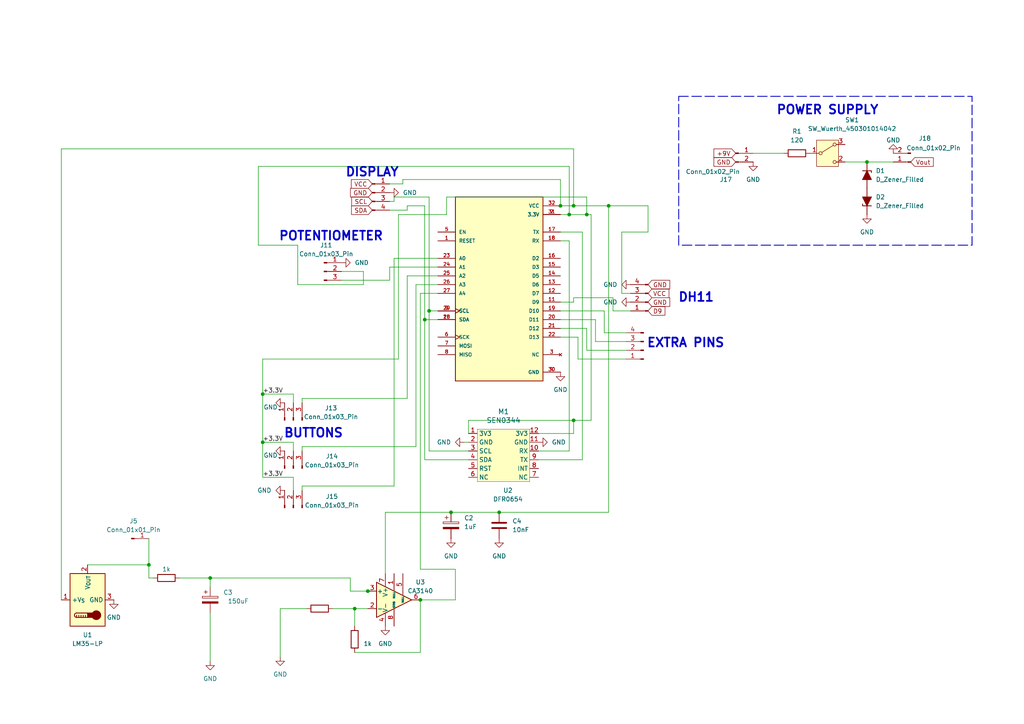
<source format=kicad_sch>
(kicad_sch (version 20250114) (generator "eeschema") (generator_version "9.0")
  (paper "A4")
  (lib_symbols
    (symbol "Amplifier_Operational:CA3140" (pin_names (offset 0.127))
      (property "Reference" "U" (at 6.35 5.08 0))
      (property "Value" "CA3140" (at 6.35 2.54 0))
      (symbol "CA3140_0_1"
        (polyline (pts (xy -5.08 5.08) (xy 5.08 0) (xy -5.08 -5.08) (xy -5.08 5.08)) (stroke (width 0.254)) (fill (type background)))
      )
      (symbol "CA3140_1_1"
        (pin input line (at -7.62 2.54 0) (length 2.54) (name "+") (number "3"))
        (pin input line (at -7.62 -2.54 0) (length 2.54) (name "-") (number "2"))
        (pin power_in line (at -2.54 7.62 270) (length 3.81) (name "V+") (number "7"))
        (pin power_in line (at -2.54 -7.62 90) (length 3.81) (name "V-") (number "4"))
        (pin passive line (at 0 7.62 270) (length 5.08) (name "NULL") (number "1"))
        (pin passive line (at 0 -7.62 90) (length 5.08) (name "STRB") (number "8"))
        (pin passive line (at 2.54 7.62 270) (length 6.35) (name "NULL") (number "5"))
        (pin output line (at 7.62 0 180) (length 2.54) (name "~") (number "6"))
      )
    )
    (symbol "Connector:Conn_01x01_Pin" (pin_names (offset 1.016) (hide yes))
      (property "Reference" "J" (at 0 2.54 0))
      (property "Value" "Conn_01x01_Pin" (at 0 -2.54 0))
      (symbol "Conn_01x01_Pin_1_1"
        (rectangle (start 0.8636 0.127) (end 0 -0.127) (stroke (width 0.1524)) (fill (type outline)))
        (polyline (pts (xy 1.27 0) (xy 0.8636 0)) (stroke (width 0.1524)))
        (pin passive line (at 5.08 0 180) (length 3.81) (name "Pin_1") (number "1"))
      )
    )
    (symbol "Connector:Conn_01x02_Pin" (pin_names (offset 1.016) (hide yes))
      (property "Reference" "J" (at 0 2.54 0))
      (property "Value" "Conn_01x02_Pin" (at 0 -5.08 0))
      (symbol "Conn_01x02_Pin_1_1"
        (rectangle (start 0.8636 0.127) (end 0 -0.127) (stroke (width 0.1524)) (fill (type outline)))
        (rectangle (start 0.8636 -2.413) (end 0 -2.667) (stroke (width 0.1524)) (fill (type outline)))
        (polyline (pts (xy 1.27 0) (xy 0.8636 0)) (stroke (width 0.1524)))
        (polyline (pts (xy 1.27 -2.54) (xy 0.8636 -2.54)) (stroke (width 0.1524)))
        (pin passive line (at 5.08 0 180) (length 3.81) (name "Pin_1") (number "1"))
        (pin passive line (at 5.08 -2.54 180) (length 3.81) (name "Pin_2") (number "2"))
      )
    )
    (symbol "Connector:Conn_01x03_Pin" (pin_names (offset 1.016) (hide yes))
      (property "Reference" "J" (at 0 5.08 0))
      (property "Value" "Conn_01x03_Pin" (at 0 -5.08 0))
      (symbol "Conn_01x03_Pin_1_1"
        (rectangle (start 0.8636 2.667) (end 0 2.413) (stroke (width 0.1524)) (fill (type outline)))
        (rectangle (start 0.8636 0.127) (end 0 -0.127) (stroke (width 0.1524)) (fill (type outline)))
        (rectangle (start 0.8636 -2.413) (end 0 -2.667) (stroke (width 0.1524)) (fill (type outline)))
        (polyline (pts (xy 1.27 2.54) (xy 0.8636 2.54)) (stroke (width 0.1524)))
        (polyline (pts (xy 1.27 0) (xy 0.8636 0)) (stroke (width 0.1524)))
        (polyline (pts (xy 1.27 -2.54) (xy 0.8636 -2.54)) (stroke (width 0.1524)))
        (pin passive line (at 5.08 2.54 180) (length 3.81) (name "Pin_1") (number "1"))
        (pin passive line (at 5.08 0 180) (length 3.81) (name "Pin_2") (number "2"))
        (pin passive line (at 5.08 -2.54 180) (length 3.81) (name "Pin_3") (number "3"))
      )
    )
    (symbol "Connector:Conn_01x04_Pin" (pin_names (offset 1.016) (hide yes))
      (property "Reference" "J" (at 0 5.08 0))
      (property "Value" "Conn_01x04_Pin" (at 0 -7.62 0))
      (symbol "Conn_01x04_Pin_1_1"
        (rectangle (start 0.8636 2.667) (end 0 2.413) (stroke (width 0.1524)) (fill (type outline)))
        (rectangle (start 0.8636 0.127) (end 0 -0.127) (stroke (width 0.1524)) (fill (type outline)))
        (rectangle (start 0.8636 -2.413) (end 0 -2.667) (stroke (width 0.1524)) (fill (type outline)))
        (rectangle (start 0.8636 -4.953) (end 0 -5.207) (stroke (width 0.1524)) (fill (type outline)))
        (polyline (pts (xy 1.27 2.54) (xy 0.8636 2.54)) (stroke (width 0.1524)))
        (polyline (pts (xy 1.27 0) (xy 0.8636 0)) (stroke (width 0.1524)))
        (polyline (pts (xy 1.27 -2.54) (xy 0.8636 -2.54)) (stroke (width 0.1524)))
        (polyline (pts (xy 1.27 -5.08) (xy 0.8636 -5.08)) (stroke (width 0.1524)))
        (pin passive line (at 5.08 2.54 180) (length 3.81) (name "Pin_1") (number "1"))
        (pin passive line (at 5.08 0 180) (length 3.81) (name "Pin_2") (number "2"))
        (pin passive line (at 5.08 -2.54 180) (length 3.81) (name "Pin_3") (number "3"))
        (pin passive line (at 5.08 -5.08 180) (length 3.81) (name "Pin_4") (number "4"))
      )
    )
    (symbol "DFR0654:DFR0654" (pin_names (offset 1.016))
      (property "Reference" "U" (at -12.7 26.162 0))
      (property "Value" "DFR0654" (at -12.7 -30.48 0))
      (symbol "DFR0654_0_0"
        (rectangle (start -12.7 -27.94) (end 12.7 25.4) (stroke (width 0.254)) (fill (type background)))
        (pin input line (at -17.78 15.24 0) (length 5.08) (name "EN") (number "5"))
        (pin input line (at -17.78 12.7 0) (length 5.08) (name "RESET") (number "1"))
        (pin input line (at -17.78 7.62 0) (length 5.08) (name "A0") (number "23"))
        (pin input line (at -17.78 5.08 0) (length 5.08) (name "A1") (number "24"))
        (pin input line (at -17.78 2.54 0) (length 5.08) (name "A2") (number "25"))
        (pin input line (at -17.78 0 0) (length 5.08) (name "A3") (number "26"))
        (pin input line (at -17.78 -2.54 0) (length 5.08) (name "A4") (number "27"))
        (pin input clock (at -17.78 -7.62 0) (length 5.08) (name "SCL") (number "29"))
        (pin input clock (at -17.78 -7.62 0) (length 5.08) (name "SCL") (number "9"))
        (pin bidirectional line (at -17.78 -10.16 0) (length 5.08) (name "SDA") (number "10"))
        (pin bidirectional line (at -17.78 -10.16 0) (length 5.08) (name "SDA") (number "28"))
        (pin input clock (at -17.78 -15.24 0) (length 5.08) (name "SCK") (number "6"))
        (pin input line (at -17.78 -17.78 0) (length 5.08) (name "MOSI") (number "7"))
        (pin output line (at -17.78 -20.32 0) (length 5.08) (name "MISO") (number "8"))
        (pin power_in line (at 17.78 22.86 180) (length 5.08) (name "VCC") (number "32"))
        (pin power_in line (at 17.78 20.32 180) (length 5.08) (name "3.3V") (number "2"))
        (pin power_in line (at 17.78 20.32 180) (length 5.08) (name "3.3V") (number "31"))
        (pin output line (at 17.78 15.24 180) (length 5.08) (name "TX") (number "17"))
        (pin input line (at 17.78 12.7 180) (length 5.08) (name "RX") (number "18"))
        (pin bidirectional line (at 17.78 7.62 180) (length 5.08) (name "D2") (number "16"))
        (pin bidirectional line (at 17.78 5.08 180) (length 5.08) (name "D3") (number "15"))
        (pin bidirectional line (at 17.78 2.54 180) (length 5.08) (name "D5") (number "14"))
        (pin bidirectional line (at 17.78 0 180) (length 5.08) (name "D6") (number "13"))
        (pin bidirectional line (at 17.78 -2.54 180) (length 5.08) (name "D7") (number "12"))
        (pin bidirectional line (at 17.78 -5.08 180) (length 5.08) (name "D9") (number "11"))
        (pin bidirectional line (at 17.78 -7.62 180) (length 5.08) (name "D10") (number "19"))
        (pin bidirectional line (at 17.78 -10.16 180) (length 5.08) (name "D11") (number "20"))
        (pin bidirectional line (at 17.78 -12.7 180) (length 5.08) (name "D12") (number "21"))
        (pin bidirectional line (at 17.78 -15.24 180) (length 5.08) (name "D13") (number "22"))
        (pin no_connect line (at 17.78 -20.32 180) (length 5.08) (name "NC") (number "3"))
        (pin power_in line (at 17.78 -25.4 180) (length 5.08) (name "GND") (number "30"))
        (pin power_in line (at 17.78 -25.4 180) (length 5.08) (name "GND") (number "4"))
      )
    )
    (symbol "Device:C" (pin_numbers (hide yes)) (pin_names (offset 0.254))
      (property "Reference" "C" (at 0.635 2.54 0))
      (property "Value" "C" (at 0.635 -2.54 0))
      (symbol "C_0_1"
        (polyline (pts (xy -2.032 0.762) (xy 2.032 0.762)) (stroke (width 0.508)))
        (polyline (pts (xy -2.032 -0.762) (xy 2.032 -0.762)) (stroke (width 0.508)))
      )
      (symbol "C_1_1"
        (pin passive line (at 0 3.81 270) (length 2.794) (name "~") (number "1"))
        (pin passive line (at 0 -3.81 90) (length 2.794) (name "~") (number "2"))
      )
    )
    (symbol "Device:C_Polarized" (pin_numbers (hide yes)) (pin_names (offset 0.254))
      (property "Reference" "C" (at 0.635 2.54 0))
      (property "Value" "C_Polarized" (at 0.635 -2.54 0))
      (symbol "C_Polarized_0_1"
        (rectangle (start -2.286 0.508) (end 2.286 1.016))
        (polyline (pts (xy -1.778 2.286) (xy -0.762 2.286)))
        (polyline (pts (xy -1.27 2.794) (xy -1.27 1.778)))
        (rectangle (start 2.286 -0.508) (end -2.286 -1.016) (fill (type outline)))
      )
      (symbol "C_Polarized_1_1"
        (pin passive line (at 0 3.81 270) (length 2.794) (name "~") (number "1"))
        (pin passive line (at 0 -3.81 90) (length 2.794) (name "~") (number "2"))
      )
    )
    (symbol "Device:D_Zener_Filled" (pin_numbers (hide yes)) (pin_names (offset 1.016) (hide yes))
      (property "Reference" "D" (at 0 2.54 0))
      (property "Value" "D_Zener_Filled" (at 0 -2.54 0))
      (symbol "D_Zener_Filled_0_1"
        (polyline (pts (xy -1.27 -1.27) (xy -1.27 1.27) (xy -0.762 1.27)) (stroke (width 0.254)))
        (polyline (pts (xy 1.27 0) (xy -1.27 0)))
        (polyline (pts (xy 1.27 -1.27) (xy 1.27 1.27) (xy -1.27 0) (xy 1.27 -1.27)) (stroke (width 0.254)) (fill (type outline)))
      )
      (symbol "D_Zener_Filled_1_1"
        (pin passive line (at -3.81 0 0) (length 2.54) (name "K") (number "1"))
        (pin passive line (at 3.81 0 180) (length 2.54) (name "A") (number "2"))
      )
    )
    (symbol "Device:R" (pin_numbers (hide yes)) (pin_names (offset 0))
      (property "Reference" "R" (at 2.032 0 90))
      (property "Value" "R" (at 0 0 90))
      (symbol "R_0_1"
        (rectangle (start -1.016 -2.54) (end 1.016 2.54) (stroke (width 0.254)))
      )
      (symbol "R_1_1"
        (pin passive line (at 0 3.81 270) (length 1.27) (name "~") (number "1"))
        (pin passive line (at 0 -3.81 90) (length 1.27) (name "~") (number "2"))
      )
    )
    (symbol "SEN0344:SEN0344"
      (property "Reference" "M" (at -1.27 1.27 0))
      (property "Value" "SEN0344-V2.0" (at -1.27 -3.81 0))
      (symbol "SEN0344_1_0"
        (rectangle (start 7.62 7.62) (end -7.62 -7.62) (stroke (width 0.0254) (color 128 0 0 1)) (fill (type background)))
        (pin passive line (at -10.16 6.35 0) (length 2.54) (name "3V3") (number "1"))
        (pin passive line (at -10.16 3.81 0) (length 2.54) (name "GND") (number "2"))
        (pin passive line (at -10.16 1.27 0) (length 2.54) (name "SCL") (number "3"))
        (pin passive line (at -10.16 -1.27 0) (length 2.54) (name "SDA") (number "4"))
        (pin passive line (at -10.16 -3.81 0) (length 2.54) (name "RST") (number "5"))
        (pin passive line (at -10.16 -6.35 0) (length 2.54) (name "NC") (number "6"))
        (pin passive line (at 10.16 6.35 180) (length 2.54) (name "3V3") (number "12"))
        (pin passive line (at 10.16 3.81 180) (length 2.54) (name "GND") (number "11"))
        (pin passive line (at 10.16 1.27 180) (length 2.54) (name "RX") (number "10"))
        (pin passive line (at 10.16 -1.27 180) (length 2.54) (name "TX") (number "9"))
        (pin passive line (at 10.16 -3.81 180) (length 2.54) (name "INT") (number "8"))
        (pin passive line (at 10.16 -6.35 180) (length 2.54) (name "NC") (number "7"))
      )
    )
    (symbol "Sensor_Temperature:LM35-LP"
      (property "Reference" "U" (at -6.35 6.35 0))
      (property "Value" "LM35-LP" (at 1.27 6.35 0))
      (symbol "LM35-LP_0_1"
        (rectangle (start -7.62 5.08) (end 7.62 -5.08) (stroke (width 0.254)) (fill (type background)))
        (polyline (pts (xy -5.08 3.175) (xy -5.08 0)) (stroke (width 0.254)))
        (polyline (pts (xy -5.08 3.175) (xy -4.445 3.175)) (stroke (width 0.254)))
        (polyline (pts (xy -5.08 2.54) (xy -4.445 2.54)) (stroke (width 0.254)))
        (polyline (pts (xy -5.08 1.905) (xy -4.445 1.905)) (stroke (width 0.254)))
        (polyline (pts (xy -5.08 1.27) (xy -4.445 1.27)) (stroke (width 0.254)))
        (polyline (pts (xy -5.08 0.635) (xy -4.445 0.635)) (stroke (width 0.254)))
        (arc (start -5.08 3.175) (mid -4.445 3.8073) (end -3.81 3.175) (stroke (width 0.254)))
        (circle (center -4.445 -2.54) (radius 1.27) (stroke (width 0.254)) (fill (type outline)))
        (polyline (pts (xy -3.81 3.175) (xy -3.81 0)) (stroke (width 0.254)))
        (rectangle (start -3.81 -1.905) (end -5.08 0) (stroke (width 0.254)) (fill (type outline)))
      )
      (symbol "LM35-LP_1_1"
        (pin power_in line (at 0 7.62 270) (length 2.54) (name "+V_{S}") (number "1"))
        (pin power_in line (at 0 -7.62 90) (length 2.54) (name "GND") (number "3"))
        (pin output line (at 10.16 0 180) (length 2.54) (name "V_{OUT}") (number "2"))
      )
    )
    (symbol "Switch:SW_Wuerth_450301014042" (pin_names (offset 1) (hide yes))
      (property "Reference" "SW" (at 0 5.08 0))
      (property "Value" "SW_Wuerth_450301014042" (at 0 -5.08 0))
      (symbol "SW_Wuerth_450301014042_0_1"
        (circle (center -2.032 0) (radius 0.4572))
        (polyline (pts (xy -1.651 0.254) (xy 1.651 2.286)))
        (circle (center 2.032 2.54) (radius 0.4572))
        (circle (center 2.032 -2.54) (radius 0.4572))
      )
      (symbol "SW_Wuerth_450301014042_1_1"
        (rectangle (start -3.175 3.81) (end 3.175 -3.81) (fill (type background)))
        (pin passive line (at -5.08 0 0) (length 2.54) (name "B") (number "1"))
        (pin passive line (at 5.08 2.54 180) (length 2.54) (name "A") (number "3"))
        (pin passive line (at 5.08 -2.54 180) (length 2.54) (name "C") (number "2"))
      )
    )
    (symbol "power:GND" (power) (pin_numbers (hide yes)) (pin_names (offset 0) (hide yes))
      (property "Value" "GND" (at 0 -3.81 0))
      (symbol "GND_0_1"
        (polyline (pts (xy 0 0) (xy 0 -1.27) (xy 1.27 -1.27) (xy 0 -2.54) (xy -1.27 -1.27) (xy 0 -1.27)))
      )
      (symbol "GND_1_1"
        (pin power_in line (at 0 0 270) (length 0) (name "~") (number "1"))
      )
    )
  )
  (rectangle (start 196.85 27.94) (end 281.94 71.12) (stroke (width 0.254) (type dash)))
  (text "POTENTIOMETER" (at 96.012 68.58 0) (effects (font (size 2.54 2.54) (thickness 0.508) (bold yes))))
  (text "POWER SUPPLY" (at 240.03 32.004 0) (effects (font (size 2.54 2.54) (thickness 0.508) (bold yes))))
  (text "DH11" (at 201.93 86.36 0) (effects (font (size 2.54 2.54) (thickness 0.508) (bold yes))))
  (text "BUTTONS" (at 90.932 125.73 0) (effects (font (size 2.54 2.54) (thickness 0.508) (bold yes))))
  (text "DISPLAY" (at 107.95 50.038 0) (effects (font (size 2.54 2.54) (thickness 0.508) (bold yes))))
  (text "EXTRA PINS" (at 198.882 99.568 0) (effects (font (size 2.54 2.54) (thickness 0.508) (bold yes))))
  (junction (at 121.92 173.99))
  (junction (at 166.37 121.92))
  (junction (at 144.78 148.59))
  (junction (at 176.53 59.69))
  (junction (at 166.37 59.69))
  (junction (at 124.46 90.17))
  (junction (at 102.87 176.53))
  (junction (at 76.2 114.3))
  (junction (at 170.18 62.23))
  (junction (at 130.81 148.59))
  (junction (at 162.56 59.69))
  (junction (at 60.96 167.64))
  (junction (at 76.2 128.27))
  (junction (at 165.1 62.23))
  (junction (at 123.19 92.71))
  (junction (at 43.18 163.83))
  (junction (at 106.68 171.45))
  (junction (at 251.46 46.99))
  (wire (pts (xy 118.11 59.69) (xy 118.11 60.96)))
  (wire (pts (xy 114.3 58.42) (xy 114.3 57.15)))
  (wire (pts (xy 81.28 176.53) (xy 81.28 190.5)))
  (wire (pts (xy 135.89 130.81) (xy 124.46 130.81)))
  (wire (pts (xy 251.46 46.99) (xy 259.08 46.99)))
  (wire (pts (xy 170.18 95.25) (xy 170.18 101.6)))
  (wire (pts (xy 177.8 90.17) (xy 182.88 90.17)))
  (wire (pts (xy 170.18 101.6) (xy 181.61 101.6)))
  (wire (pts (xy 135.89 128.27) (xy 134.62 128.27)))
  (wire (pts (xy 156.21 125.73) (xy 166.37 125.73)))
  (wire (pts (xy 187.96 59.69) (xy 187.96 67.31)))
  (wire (pts (xy 102.87 189.23) (xy 121.92 189.23)))
  (wire (pts (xy 85.09 138.43) (xy 76.2 138.43)))
  (wire (pts (xy 76.2 128.27) (xy 76.2 138.43)))
  (wire (pts (xy 167.64 97.79) (xy 167.64 104.14)))
  (wire (pts (xy 166.37 86.36) (xy 166.37 87.63)))
  (wire (pts (xy 144.78 148.59) (xy 176.53 148.59)))
  (wire (pts (xy 102.87 176.53) (xy 102.87 181.61)))
  (wire (pts (xy 85.09 114.3) (xy 76.2 114.3)))
  (wire (pts (xy 127 74.93) (xy 114.3 74.93)))
  (wire (pts (xy 113.03 77.47) (xy 127 77.47)))
  (wire (pts (xy 52.07 167.64) (xy 60.96 167.64)))
  (wire (pts (xy 114.3 74.93) (xy 114.3 140.97)))
  (wire (pts (xy 170.18 57.15) (xy 170.18 62.23)))
  (wire (pts (xy 162.56 52.07) (xy 162.56 59.69)))
  (wire (pts (xy 121.92 165.1) (xy 121.92 85.09)))
  (wire (pts (xy 76.2 114.3) (xy 76.2 128.27)))
  (wire (pts (xy 60.96 167.64) (xy 60.96 170.18)))
  (wire (pts (xy 120.65 82.55) (xy 127 82.55)))
  (wire (pts (xy 43.18 163.83) (xy 43.18 156.21)))
  (wire (pts (xy 166.37 59.69) (xy 176.53 59.69)))
  (wire (pts (xy 245.11 46.99) (xy 251.46 46.99)))
  (wire (pts (xy 113.03 81.28) (xy 99.06 81.28)))
  (wire (pts (xy 166.37 43.18) (xy 166.37 59.69)))
  (wire (pts (xy 113.03 58.42) (xy 114.3 58.42)))
  (wire (pts (xy 87.63 115.57) (xy 87.63 116.84)))
  (wire (pts (xy 76.2 104.14) (xy 115.57 104.14)))
  (wire (pts (xy 86.36 82.55) (xy 105.41 82.55)))
  (wire (pts (xy 102.87 176.53) (xy 106.68 176.53)))
  (wire (pts (xy 118.11 115.57) (xy 87.63 115.57)))
  (wire (pts (xy 101.6 167.64) (xy 101.6 171.45)))
  (wire (pts (xy 218.44 44.45) (xy 227.33 44.45)))
  (wire (pts (xy 116.84 52.07) (xy 116.84 53.34)))
  (wire (pts (xy 182.88 85.09) (xy 180.34 85.09)))
  (wire (pts (xy 85.09 116.84) (xy 85.09 114.3)))
  (wire (pts (xy 113.03 60.96) (xy 118.11 60.96)))
  (wire (pts (xy 176.53 59.69) (xy 187.96 59.69)))
  (wire (pts (xy 162.56 69.85) (xy 165.1 69.85)))
  (wire (pts (xy 166.37 87.63) (xy 162.56 87.63)))
  (wire (pts (xy 43.18 167.64) (xy 44.45 167.64)))
  (wire (pts (xy 96.52 176.53) (xy 102.87 176.53)))
  (wire (pts (xy 123.19 92.71) (xy 127 92.71)))
  (wire (pts (xy 113.03 77.47) (xy 113.03 81.28)))
  (wire (pts (xy 60.96 177.8) (xy 60.96 191.77)))
  (wire (pts (xy 162.56 59.69) (xy 166.37 59.69)))
  (wire (pts (xy 168.91 133.35) (xy 156.21 133.35)))
  (wire (pts (xy 116.84 53.34) (xy 113.03 53.34)))
  (wire (pts (xy 171.45 62.23) (xy 171.45 121.92)))
  (wire (pts (xy 129.54 57.15) (xy 170.18 57.15)))
  (wire (pts (xy 162.56 67.31) (xy 168.91 67.31)))
  (wire (pts (xy 115.57 62.23) (xy 129.54 62.23)))
  (wire (pts (xy 106.68 171.45) (xy 107.95 171.45)))
  (wire (pts (xy 166.37 86.36) (xy 177.8 86.36)))
  (wire (pts (xy 118.11 115.57) (xy 118.11 80.01)))
  (wire (pts (xy 180.34 85.09) (xy 180.34 67.31)))
  (wire (pts (xy 124.46 90.17) (xy 127 90.17)))
  (wire (pts (xy 176.53 148.59) (xy 176.53 59.69)))
  (wire (pts (xy 132.08 173.99) (xy 132.08 165.1)))
  (wire (pts (xy 87.63 140.97) (xy 87.63 142.24)))
  (wire (pts (xy 114.3 140.97) (xy 87.63 140.97)))
  (wire (pts (xy 120.65 129.54) (xy 120.65 82.55)))
  (wire (pts (xy 130.81 148.59) (xy 144.78 148.59)))
  (wire (pts (xy 124.46 57.15) (xy 124.46 90.17)))
  (wire (pts (xy 74.93 48.26) (xy 165.1 48.26)))
  (wire (pts (xy 86.36 82.55) (xy 86.36 71.12)))
  (wire (pts (xy 85.09 128.27) (xy 76.2 128.27)))
  (wire (pts (xy 121.92 173.99) (xy 132.08 173.99)))
  (wire (pts (xy 135.89 125.73) (xy 135.89 121.92)))
  (wire (pts (xy 111.76 166.37) (xy 111.76 148.59)))
  (wire (pts (xy 86.36 71.12) (xy 74.93 71.12)))
  (wire (pts (xy 165.1 48.26) (xy 165.1 62.23)))
  (wire (pts (xy 118.11 80.01) (xy 127 80.01)))
  (wire (pts (xy 165.1 130.81) (xy 156.21 130.81)))
  (wire (pts (xy 132.08 165.1) (xy 121.92 165.1)))
  (wire (pts (xy 111.76 148.59) (xy 130.81 148.59)))
  (wire (pts (xy 162.56 62.23) (xy 165.1 62.23)))
  (wire (pts (xy 168.91 67.31) (xy 168.91 133.35)))
  (wire (pts (xy 25.4 163.83) (xy 43.18 163.83)))
  (wire (pts (xy 162.56 95.25) (xy 170.18 95.25)))
  (wire (pts (xy 170.18 62.23) (xy 171.45 62.23)))
  (wire (pts (xy 105.41 82.55) (xy 105.41 78.74)))
  (wire (pts (xy 177.8 86.36) (xy 177.8 90.17)))
  (wire (pts (xy 166.37 125.73) (xy 166.37 121.92)))
  (wire (pts (xy 114.3 57.15) (xy 124.46 57.15)))
  (wire (pts (xy 162.56 97.79) (xy 167.64 97.79)))
  (wire (pts (xy 135.89 121.92) (xy 166.37 121.92)))
  (wire (pts (xy 76.2 104.14) (xy 76.2 114.3)))
  (wire (pts (xy 172.72 92.71) (xy 172.72 99.06)))
  (wire (pts (xy 116.84 52.07) (xy 162.56 52.07)))
  (wire (pts (xy 162.56 92.71) (xy 172.72 92.71)))
  (wire (pts (xy 167.64 104.14) (xy 181.61 104.14)))
  (wire (pts (xy 180.34 67.31) (xy 187.96 67.31)))
  (wire (pts (xy 87.63 129.54) (xy 87.63 130.81)))
  (wire (pts (xy 171.45 121.92) (xy 166.37 121.92)))
  (wire (pts (xy 118.11 59.69) (xy 123.19 59.69)))
  (wire (pts (xy 74.93 71.12) (xy 74.93 48.26)))
  (wire (pts (xy 101.6 171.45) (xy 106.68 171.45)))
  (wire (pts (xy 165.1 62.23) (xy 170.18 62.23)))
  (wire (pts (xy 172.72 99.06) (xy 181.61 99.06)))
  (wire (pts (xy 123.19 133.35) (xy 123.19 92.71)))
  (wire (pts (xy 43.18 163.83) (xy 43.18 167.64)))
  (wire (pts (xy 17.78 43.18) (xy 17.78 173.99)))
  (wire (pts (xy 99.06 78.74) (xy 105.41 78.74)))
  (wire (pts (xy 120.65 129.54) (xy 87.63 129.54)))
  (wire (pts (xy 175.26 96.52) (xy 181.61 96.52)))
  (wire (pts (xy 115.57 104.14) (xy 115.57 62.23)))
  (wire (pts (xy 165.1 69.85) (xy 165.1 130.81)))
  (wire (pts (xy 81.28 176.53) (xy 88.9 176.53)))
  (wire (pts (xy 85.09 138.43) (xy 85.09 142.24)))
  (wire (pts (xy 121.92 85.09) (xy 127 85.09)))
  (wire (pts (xy 135.89 133.35) (xy 123.19 133.35)))
  (wire (pts (xy 123.19 59.69) (xy 123.19 92.71)))
  (wire (pts (xy 85.09 130.81) (xy 85.09 128.27)))
  (wire (pts (xy 121.92 189.23) (xy 121.92 173.99)))
  (wire (pts (xy 60.96 167.64) (xy 101.6 167.64)))
  (wire (pts (xy 17.78 43.18) (xy 166.37 43.18)))
  (wire (pts (xy 175.26 90.17) (xy 175.26 96.52)))
  (wire (pts (xy 124.46 130.81) (xy 124.46 90.17)))
  (wire (pts (xy 162.56 90.17) (xy 175.26 90.17)))
  (wire (pts (xy 129.54 62.23) (xy 129.54 57.15)))
  (label "+3.3V" (at 76.2 138.43 0))
  (label "+3.3V" (at 76.2 114.3 0))
  (label "+3.3V" (at 76.2 128.27 0))
  (global_label "VCC" (shape input) (at 107.95 53.34 180) (property "Intersheetrefs" "${INTERSHEET_REFS}" (effects (hide yes))))
  (global_label "GND" (shape input) (at 187.96 82.55 0) (property "Intersheetrefs" "${INTERSHEET_REFS}" (effects (hide yes))))
  (global_label "GND" (shape input) (at 213.36 46.99 180) (property "Intersheetrefs" "${INTERSHEET_REFS}" (effects (hide yes))))
  (global_label "+9V" (shape input) (at 213.36 44.45 180) (property "Intersheetrefs" "${INTERSHEET_REFS}" (effects (hide yes))))
  (global_label "SCL" (shape input) (at 107.95 58.42 180) (property "Intersheetrefs" "${INTERSHEET_REFS}" (effects (hide yes))))
  (global_label "VCC" (shape input) (at 187.96 85.09 0) (property "Intersheetrefs" "${INTERSHEET_REFS}" (effects (hide yes))))
  (global_label "D9" (shape input) (at 187.96 90.17 0) (property "Intersheetrefs" "${INTERSHEET_REFS}" (effects (hide yes))))
  (global_label "Vout" (shape input) (at 264.16 46.99 0) (property "Intersheetrefs" "${INTERSHEET_REFS}" (effects (hide yes))))
  (global_label "GND" (shape input) (at 187.96 87.63 0) (property "Intersheetrefs" "${INTERSHEET_REFS}" (effects (hide yes))))
  (global_label "GND" (shape input) (at 107.95 55.88 180) (property "Intersheetrefs" "${INTERSHEET_REFS}" (effects (hide yes))))
  (global_label "SDA" (shape input) (at 107.95 60.96 180) (property "Intersheetrefs" "${INTERSHEET_REFS}" (effects (hide yes))))
  (symbol (lib_id "power:GND") (at 182.88 82.55 270) (unit 1)
    (property "Reference" "#PWR08" (effects (hide yes)))
    (property "Value" "GND" (at 179.07 82.5499 90) (effects (justify right)))
    (property "Description" "Power symbol creates a global label with name \"GND\" , ground" (effects (hide yes)))
  )
  (symbol (lib_id "Sensor_Temperature:LM35-LP") (at 25.4 173.99 90) (unit 1)
    (property "Reference" "U1" (at 25.4 184.15 90))
    (property "Value" "LM35-LP" (at 25.4 186.69 90))
    (property "Footprint" "Package_TO_SOT_THT:TO-92L_HandSolder" (effects (hide yes)))
    (property "Datasheet" "http://www.ti.com/lit/ds/symlink/lm35.pdf" (effects (hide yes)))
    (property "Description" "Precision centigrade temperature sensor, TO-92" (effects (hide yes)))
  )
  (symbol (lib_id "Device:D_Zener_Filled") (at 251.46 50.8 270) (unit 1)
    (property "Reference" "D1" (at 254 49.5299 90) (effects (justify left)))
    (property "Value" "D_Zener_Filled" (at 254 52.0699 90) (effects (justify left)))
    (property "Footprint" "Diode_THT:D_A-405_P7.62mm_Horizontal" (effects (hide yes)))
    (property "Description" "Zener diode, filled shape" (effects (hide yes)))
  )
  (symbol (lib_id "Device:R") (at 231.14 44.45 90) (unit 1)
    (property "Reference" "R1" (at 231.14 38.1 90))
    (property "Value" "120" (at 231.14 40.64 90))
    (property "Footprint" "Resistor_THT:R_Axial_DIN0204_L3.6mm_D1.6mm_P5.08mm_Horizontal" (effects (hide yes)))
    (property "Description" "Resistor" (effects (hide yes)))
  )
  (symbol (lib_id "power:GND") (at 82.55 130.81 270) (unit 1)
    (property "Reference" "#PWR012" (effects (hide yes)))
    (property "Value" "GND" (at 80.518 132.08 90) (effects (justify right)))
    (property "Description" "Power symbol creates a global label with name \"GND\" , ground" (effects (hide yes)))
  )
  (symbol (lib_id "Connector:Conn_01x03_Pin") (at 85.09 147.32 90) (unit 1)
    (property "Reference" "J15" (at 96.266 144.018 90))
    (property "Value" "Conn_01x03_Pin" (at 96.266 146.558 90))
    (property "Footprint" "Connector_PinHeader_2.54mm:PinHeader_1x03_P2.54mm_Vertical" (effects (hide yes)))
    (property "Description" "Generic connector, single row, 01x03, script generated" (effects (hide yes)))
  )
  (symbol (lib_id "power:GND") (at 130.81 156.21 0) (unit 1)
    (property "Reference" "#PWR015" (effects (hide yes)))
    (property "Value" "GND" (at 130.81 161.29 0))
    (property "Description" "Power symbol creates a global label with name \"GND\" , ground" (effects (hide yes)))
  )
  (symbol (lib_id "Connector:Conn_01x04_Pin") (at 107.95 55.88 0) (unit 1)
    (property "Reference" "J1" (effects (hide yes)))
    (property "Value" "LED conectors" (effects (hide yes)))
    (property "Footprint" "Connector_PinHeader_2.54mm:PinHeader_1x04_P2.54mm_Vertical" (effects (hide yes)))
    (property "Description" "Generic connector, single row, 01x04, script generated" (effects (hide yes)))
  )
  (symbol (lib_id "SEN0344:SEN0344") (at 146.05 132.08 0) (unit 1)
    (property "Reference" "M1" (at 146.05 119.38 0) (effects (font (size 1.4478 1.4478))))
    (property "Value" "SEN0344" (at 146.05 121.92 0) (effects (font (size 1.4478 1.4478))))
    (property "Footprint" "SEN0344:SEN0344" (effects (hide yes)))
  )
  (symbol (lib_id "power:GND") (at 60.96 191.77 0) (unit 1)
    (property "Reference" "#PWR06" (effects (hide yes)))
    (property "Value" "GND" (at 60.96 196.85 0))
    (property "Description" "Power symbol creates a global label with name \"GND\" , ground" (effects (hide yes)))
  )
  (symbol (lib_id "power:GND") (at 81.28 190.5 0) (unit 1)
    (property "Reference" "#PWR05" (effects (hide yes)))
    (property "Value" "GND" (at 81.28 195.58 0))
    (property "Description" "Power symbol creates a global label with name \"GND\" , ground" (effects (hide yes)))
  )
  (symbol (lib_id "power:GND") (at 259.08 44.45 180) (unit 1)
    (property "Reference" "#PWR018" (effects (hide yes)))
    (property "Value" "GND" (at 259.08 40.64 0))
    (property "Description" "Power symbol creates a global label with name \"GND\" , ground" (effects (hide yes)))
  )
  (symbol (lib_id "DFR0654:DFR0654") (at 144.78 82.55 0) (unit 1)
    (property "Reference" "U2" (at 147.32 142.24 0))
    (property "Value" "DFR0654" (at 147.32 144.78 0))
    (property "Footprint" "DFR0654 (1):MODULE_DFR0654" (effects (hide yes)))
    (property "MF" "DFRobot" (effects (hide yes)))
    (property "Description_1" "ESP32-E ESP32 Transceiver; 802.11 b/g/n/d/e/i/k/r (Wi-Fi, WiFi, WLAN), Bluetooth® Smart 4.x Low Energy (BLE) 2.4GHz ~ 2.5GHz Evaluation Board" (effects (hide yes)))
    (property "Package" "None" (effects (hide yes)))
    (property "Price" "None" (effects (hide yes)))
    (property "Check_prices" "https://www.snapeda.com/parts/DFR0654/DFRobot/view-part/?ref=eda" (effects (hide yes)))
    (property "STANDARD" "Manufacturer Recommendations" (effects (hide yes)))
    (property "SnapEDA_Link" "https://www.snapeda.com/parts/DFR0654/DFRobot/view-part/?ref=snap" (effects (hide yes)))
    (property "MP" "DFR0654" (effects (hide yes)))
    (property "Availability" "In Stock" (effects (hide yes)))
    (property "MANUFACTURER" "DFRobot" (effects (hide yes)))
  )
  (symbol (lib_id "Connector:Conn_01x04_Pin") (at 187.96 87.63 180) (unit 1)
    (property "Reference" "J8" (effects (hide yes)))
    (property "Value" "LED conectors" (effects (hide yes)))
    (property "Footprint" "Connector_PinHeader_2.54mm:PinHeader_1x04_P2.54mm_Vertical" (effects (hide yes)))
    (property "Description" "Generic connector, single row, 01x04, script generated" (effects (hide yes)))
  )
  (symbol (lib_id "power:GND") (at 82.55 116.84 270) (unit 1)
    (property "Reference" "#PWR013" (effects (hide yes)))
    (property "Value" "GND" (at 80.518 118.11 90) (effects (justify right)))
    (property "Description" "Power symbol creates a global label with name \"GND\" , ground" (effects (hide yes)))
  )
  (symbol (lib_id "power:GND") (at 134.62 128.27 270) (unit 1)
    (property "Reference" "#PWR03" (effects (hide yes)))
    (property "Value" "GND" (at 130.81 128.2699 90) (effects (justify right)))
    (property "Description" "Power symbol creates a global label with name \"GND\" , ground" (effects (hide yes)))
  )
  (symbol (lib_id "power:GND") (at 162.56 107.95 0) (unit 1)
    (property "Reference" "#PWR01" (effects (hide yes)))
    (property "Value" "GND" (at 162.56 113.03 0))
    (property "Description" "Power symbol creates a global label with name \"GND\" , ground" (effects (hide yes)))
  )
  (symbol (lib_id "power:GND") (at 99.06 76.2 90) (unit 1)
    (property "Reference" "#PWR011" (effects (hide yes)))
    (property "Value" "GND" (at 102.87 76.1999 90) (effects (justify right)))
    (property "Description" "Power symbol creates a global label with name \"GND\" , ground" (effects (hide yes)))
  )
  (symbol (lib_id "Connector:Conn_01x03_Pin") (at 85.09 121.92 90) (unit 1)
    (property "Reference" "J13" (at 96.012 118.364 90))
    (property "Value" "Conn_01x03_Pin" (at 96.012 120.904 90))
    (property "Footprint" "Connector_PinHeader_2.54mm:PinHeader_1x03_P2.54mm_Vertical" (effects (hide yes)))
    (property "Description" "Generic connector, single row, 01x03, script generated" (effects (hide yes)))
  )
  (symbol (lib_id "Switch:SW_Wuerth_450301014042") (at 240.03 44.45 0) (unit 1)
    (property "Reference" "SW1" (at 247.142 34.798 0))
    (property "Value" "SW_Wuerth_450301014042" (at 247.142 37.338 0))
    (property "Footprint" "Button_Switch_THT:SW_Slide-03_Wuerth-WS-SLTV_10x2.5x6.4_P2.54mm" (effects (hide yes)))
    (property "Datasheet" "https://www.we-online.com/components/products/datasheet/450301014042.pdf" (effects (hide yes)))
    (property "Description" "Switch slide, single pole double throw" (effects (hide yes)))
  )
  (symbol (lib_id "Device:R") (at 48.26 167.64 270) (unit 1)
    (property "Reference" "R2" (effects (hide yes)))
    (property "Value" "1k" (at 48.26 165.1 90))
    (property "Footprint" "Resistor_THT:R_Axial_DIN0204_L3.6mm_D1.6mm_P5.08mm_Horizontal" (effects (hide yes)))
    (property "Description" "Resistor" (effects (hide yes)))
  )
  (symbol (lib_id "Device:C_Polarized") (at 60.96 173.99 0) (unit 1)
    (property "Reference" "C3" (at 64.77 171.8309 0) (effects (justify left)))
    (property "Value" "150uF" (at 66.04 174.3709 0) (effects (justify left)))
    (property "Footprint" "Capacitor_THT:CP_Radial_D4.0mm_P2.00mm" (effects (hide yes)))
    (property "Description" "Polarized capacitor" (effects (hide yes)))
  )
  (symbol (lib_id "Device:C_Polarized") (at 130.81 152.4 0) (unit 1)
    (property "Reference" "C2" (at 134.62 150.2409 0) (effects (justify left)))
    (property "Value" "1uF" (at 134.62 152.7809 0) (effects (justify left)))
    (property "Footprint" "Capacitor_THT:CP_Radial_D4.0mm_P1.50mm" (effects (hide yes)))
    (property "Description" "Polarized capacitor" (effects (hide yes)))
  )
  (symbol (lib_id "Amplifier_Operational:CA3140") (at 114.3 173.99 0) (unit 1)
    (property "Reference" "U3" (at 121.92 168.8398 0))
    (property "Value" "CA3140" (at 121.92 171.3798 0))
    (property "Footprint" "Package_DIP:DIP-8_W7.62mm_LongPads" (effects (hide yes)))
    (property "Datasheet" "http://www.intersil.com/content/dam/intersil/documents/ca31/ca3140-a.pdf" (effects (hide yes)))
    (property "Description" "4.5MHz, BiMOS Operational Amplifier with MOSFET Input/Bipolar Output, DIP-8/SOIC-8" (effects (hide yes)))
  )
  (symbol (lib_id "Device:C") (at 144.78 152.4 0) (unit 1)
    (property "Reference" "C4" (at 148.59 151.1299 0) (effects (justify left)))
    (property "Value" "10nF" (at 148.59 153.6699 0) (effects (justify left)))
    (property "Footprint" "Capacitor_THT:C_Rect_L7.0mm_W2.0mm_P5.00mm" (effects (hide yes)))
    (property "Description" "Unpolarized capacitor" (effects (hide yes)))
  )
  (symbol (lib_id "power:GND") (at 113.03 55.88 90) (unit 1)
    (property "Reference" "#PWR09" (effects (hide yes)))
    (property "Value" "GND" (at 116.84 55.8799 90) (effects (justify right)))
    (property "Description" "Power symbol creates a global label with name \"GND\" , ground" (effects (hide yes)))
  )
  (symbol (lib_id "Connector:Conn_01x02_Pin") (at 264.16 46.99 180) (unit 1)
    (property "Reference" "J18" (at 266.446 40.132 0) (effects (justify right)))
    (property "Value" "Conn_01x02_Pin" (at 262.89 42.926 0) (effects (justify right)))
    (property "Footprint" "Connector_PinHeader_2.54mm:PinHeader_1x02_P2.54mm_Vertical" (effects (hide yes)))
    (property "Description" "Generic connector, single row, 01x02, script generated" (effects (hide yes)))
  )
  (symbol (lib_id "power:GND") (at 156.21 128.27 90) (unit 1)
    (property "Reference" "#PWR02" (effects (hide yes)))
    (property "Value" "GND" (at 160.02 128.2699 90) (effects (justify right)))
    (property "Description" "Power symbol creates a global label with name \"GND\" , ground" (effects (hide yes)))
  )
  (symbol (lib_id "power:GND") (at 82.55 142.24 270) (unit 1)
    (property "Reference" "#PWR010" (effects (hide yes)))
    (property "Value" "GND" (at 78.74 142.2399 90) (effects (justify right)))
    (property "Description" "Power symbol creates a global label with name \"GND\" , ground" (effects (hide yes)))
  )
  (symbol (lib_id "Device:R") (at 102.87 185.42 0) (unit 1)
    (property "Reference" "R4" (effects (hide yes)))
    (property "Value" "1k" (at 105.41 186.6899 0) (effects (justify left)))
    (property "Footprint" "Resistor_THT:R_Axial_DIN0204_L3.6mm_D1.6mm_P5.08mm_Horizontal" (effects (hide yes)))
    (property "Description" "Resistor" (effects (hide yes)))
  )
  (symbol (lib_id "Connector:Conn_01x01_Pin") (at 38.1 156.21 0) (unit 1)
    (property "Reference" "J5" (at 38.735 151.13 0))
    (property "Value" "Conn_01x01_Pin" (at 38.735 153.67 0))
    (property "Footprint" "Connector_PinHeader_2.54mm:PinHeader_1x01_P2.54mm_Vertical" (effects (hide yes)))
    (property "Description" "Generic connector, single row, 01x01, script generated" (effects (hide yes)))
  )
  (symbol (lib_id "power:GND") (at 182.88 87.63 270) (unit 1)
    (property "Reference" "#PWR020" (effects (hide yes)))
    (property "Value" "GND" (at 179.07 87.6299 90) (effects (justify right)))
    (property "Description" "Power symbol creates a global label with name \"GND\" , ground" (effects (hide yes)))
  )
  (symbol (lib_id "Device:D_Zener_Filled") (at 251.46 58.42 90) (unit 1)
    (property "Reference" "D2" (at 254 57.1499 90) (effects (justify right)))
    (property "Value" "D_Zener_Filled" (at 254 59.6899 90) (effects (justify right)))
    (property "Footprint" "Diode_THT:D_A-405_P7.62mm_Horizontal" (effects (hide yes)))
    (property "Description" "Zener diode, filled shape" (effects (hide yes)))
  )
  (symbol (lib_id "Device:R") (at 92.71 176.53 270) (unit 1)
    (property "Reference" "R3" (effects (hide yes)))
    (property "Value" "1k" (effects (hide yes)))
    (property "Footprint" "Resistor_THT:R_Axial_DIN0204_L3.6mm_D1.6mm_P5.08mm_Horizontal" (effects (hide yes)))
    (property "Description" "Resistor" (effects (hide yes)))
  )
  (symbol (lib_id "Connector:Conn_01x03_Pin") (at 85.09 135.89 90) (unit 1)
    (property "Reference" "J14" (at 96.266 132.334 90))
    (property "Value" "Conn_01x03_Pin" (at 96.266 134.874 90))
    (property "Footprint" "Connector_PinHeader_2.54mm:PinHeader_1x03_P2.54mm_Vertical" (effects (hide yes)))
    (property "Description" "Generic connector, single row, 01x03, script generated" (effects (hide yes)))
  )
  (symbol (lib_id "power:GND") (at 33.02 173.99 0) (unit 1)
    (property "Reference" "#PWR07" (effects (hide yes)))
    (property "Value" "GND" (at 33.02 179.07 0))
    (property "Description" "Power symbol creates a global label with name \"GND\" , ground" (effects (hide yes)))
  )
  (symbol (lib_id "power:GND") (at 144.78 156.21 0) (unit 1)
    (property "Reference" "#PWR016" (effects (hide yes)))
    (property "Value" "GND" (at 144.78 161.29 0))
    (property "Description" "Power symbol creates a global label with name \"GND\" , ground" (effects (hide yes)))
  )
  (symbol (lib_id "Connector:Conn_01x02_Pin") (at 213.36 44.45 0) (unit 1)
    (property "Reference" "J17" (at 212.344 52.07 0) (effects (justify right)))
    (property "Value" "Conn_01x02_Pin" (at 214.63 49.784 0) (effects (justify right)))
    (property "Footprint" "Connector_PinHeader_2.54mm:PinHeader_1x02_P2.54mm_Vertical" (effects (hide yes)))
    (property "Description" "Generic connector, single row, 01x02, script generated" (effects (hide yes)))
  )
  (symbol (lib_id "power:GND") (at 111.76 181.61 0) (unit 1)
    (property "Reference" "#PWR04" (effects (hide yes)))
    (property "Value" "GND" (at 111.76 186.69 0))
    (property "Description" "Power symbol creates a global label with name \"GND\" , ground" (effects (hide yes)))
  )
  (symbol (lib_id "power:GND") (at 251.46 62.23 0) (unit 1)
    (property "Reference" "#PWR017" (effects (hide yes)))
    (property "Value" "GND" (at 251.46 67.31 0))
    (property "Description" "Power symbol creates a global label with name \"GND\" , ground" (effects (hide yes)))
  )
  (symbol (lib_id "Connector:Conn_01x03_Pin") (at 93.98 78.74 0) (unit 1)
    (property "Reference" "J11" (at 94.615 71.12 0))
    (property "Value" "Conn_01x03_Pin" (at 94.615 73.66 0))
    (property "Footprint" "Connector_PinHeader_2.54mm:PinHeader_1x03_P2.54mm_Vertical" (effects (hide yes)))
    (property "Description" "Generic connector, single row, 01x03, script generated" (effects (hide yes)))
  )
  (symbol (lib_id "power:GND") (at 218.44 46.99 0) (unit 1)
    (property "Reference" "#PWR014" (effects (hide yes)))
    (property "Value" "GND" (at 218.44 52.07 0))
    (property "Description" "Power symbol creates a global label with name \"GND\" , ground" (effects (hide yes)))
  )
  (symbol (lib_id "Connector:Conn_01x04_Pin") (at 186.69 101.6 180) (unit 1)
    (property "Reference" "J9" (effects (hide yes)))
    (property "Value" "LED conectors" (effects (hide yes)))
    (property "Footprint" "Connector_PinHeader_2.54mm:PinHeader_1x04_P2.54mm_Vertical" (effects (hide yes)))
    (property "Description" "Generic connector, single row, 01x04, script generated" (effects (hide yes)))
  )
)
</source>
